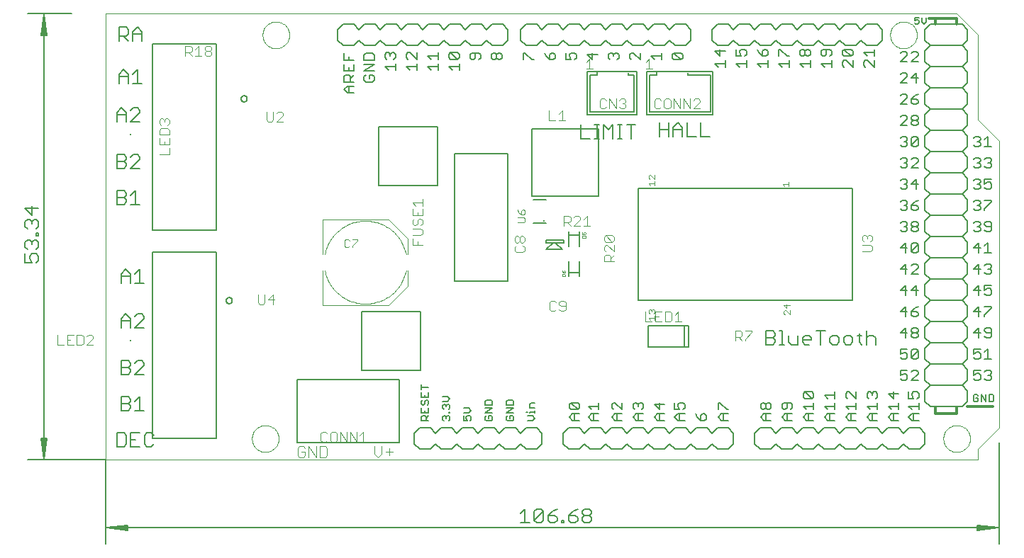
<source format=gto>
G75*
%MOIN*%
%OFA0B0*%
%FSLAX24Y24*%
%IPPOS*%
%LPD*%
%AMOC8*
5,1,8,0,0,1.08239X$1,22.5*
%
%ADD10C,0.0060*%
%ADD11C,0.0040*%
%ADD12C,0.0000*%
%ADD13C,0.0051*%
%ADD14C,0.0050*%
%ADD15C,0.0030*%
%ADD16C,0.0080*%
%ADD17C,0.0120*%
%ADD18R,0.0079X0.0079*%
%ADD19C,0.0079*%
%ADD20C,0.0010*%
D10*
X004690Y004723D02*
X005010Y004723D01*
X005117Y004830D01*
X005117Y005257D01*
X005010Y005364D01*
X004690Y005364D01*
X004690Y004723D01*
X005334Y004723D02*
X005761Y004723D01*
X005979Y004830D02*
X006085Y004723D01*
X006299Y004723D01*
X006406Y004830D01*
X006406Y005257D02*
X006299Y005364D01*
X006085Y005364D01*
X005979Y005257D01*
X005979Y004830D01*
X005548Y005044D02*
X005334Y005044D01*
X005334Y005364D02*
X005334Y004723D01*
X005334Y005364D02*
X005761Y005364D01*
X005748Y006423D02*
X005748Y007064D01*
X005534Y006850D01*
X005317Y006850D02*
X005210Y006744D01*
X004890Y006744D01*
X005210Y006744D02*
X005317Y006637D01*
X005317Y006530D01*
X005210Y006423D01*
X004890Y006423D01*
X004890Y007064D01*
X005210Y007064D01*
X005317Y006957D01*
X005317Y006850D01*
X005534Y006423D02*
X005961Y006423D01*
X005961Y008123D02*
X005534Y008123D01*
X005961Y008550D01*
X005961Y008657D01*
X005854Y008764D01*
X005641Y008764D01*
X005534Y008657D01*
X005317Y008657D02*
X005317Y008550D01*
X005210Y008444D01*
X004890Y008444D01*
X005210Y008444D02*
X005317Y008337D01*
X005317Y008230D01*
X005210Y008123D01*
X004890Y008123D01*
X004890Y008764D01*
X005210Y008764D01*
X005317Y008657D01*
X005317Y010323D02*
X005317Y010750D01*
X005103Y010964D01*
X004890Y010750D01*
X004890Y010323D01*
X005534Y010323D02*
X005961Y010750D01*
X005961Y010857D01*
X005854Y010964D01*
X005641Y010964D01*
X005534Y010857D01*
X005317Y010644D02*
X004890Y010644D01*
X005534Y010323D02*
X005961Y010323D01*
X005961Y012423D02*
X005534Y012423D01*
X005748Y012423D02*
X005748Y013064D01*
X005534Y012850D01*
X005317Y012850D02*
X005317Y012423D01*
X005317Y012744D02*
X004890Y012744D01*
X004890Y012850D02*
X005103Y013064D01*
X005317Y012850D01*
X004890Y012850D02*
X004890Y012423D01*
X001003Y013474D02*
X000897Y013367D01*
X001003Y013474D02*
X001003Y013687D01*
X000897Y013794D01*
X000683Y013794D01*
X000576Y013687D01*
X000576Y013581D01*
X000683Y013367D01*
X000363Y013367D01*
X000363Y013794D01*
X000470Y014012D02*
X000363Y014118D01*
X000363Y014332D01*
X000470Y014439D01*
X000576Y014439D01*
X000683Y014332D01*
X000790Y014439D01*
X000897Y014439D01*
X001003Y014332D01*
X001003Y014118D01*
X000897Y014012D01*
X000683Y014225D02*
X000683Y014332D01*
X000897Y014656D02*
X000897Y014763D01*
X001003Y014763D01*
X001003Y014656D01*
X000897Y014656D01*
X000897Y014978D02*
X001003Y015085D01*
X001003Y015299D01*
X000897Y015405D01*
X000790Y015405D01*
X000683Y015299D01*
X000683Y015192D01*
X000683Y015299D02*
X000576Y015405D01*
X000470Y015405D01*
X000363Y015299D01*
X000363Y015085D01*
X000470Y014978D01*
X000683Y015623D02*
X000683Y016050D01*
X000363Y015943D02*
X000683Y015623D01*
X001003Y015943D02*
X000363Y015943D01*
X004690Y016123D02*
X005010Y016123D01*
X005117Y016230D01*
X005117Y016337D01*
X005010Y016444D01*
X004690Y016444D01*
X005010Y016444D02*
X005117Y016550D01*
X005117Y016657D01*
X005010Y016764D01*
X004690Y016764D01*
X004690Y016123D01*
X005334Y016123D02*
X005761Y016123D01*
X005548Y016123D02*
X005548Y016764D01*
X005334Y016550D01*
X005334Y017823D02*
X005761Y018250D01*
X005761Y018357D01*
X005654Y018464D01*
X005441Y018464D01*
X005334Y018357D01*
X005117Y018357D02*
X005117Y018250D01*
X005010Y018144D01*
X004690Y018144D01*
X005010Y018144D02*
X005117Y018037D01*
X005117Y017930D01*
X005010Y017823D01*
X004690Y017823D01*
X004690Y018464D01*
X005010Y018464D01*
X005117Y018357D01*
X005334Y017823D02*
X005761Y017823D01*
X005761Y020023D02*
X005334Y020023D01*
X005761Y020450D01*
X005761Y020557D01*
X005654Y020664D01*
X005441Y020664D01*
X005334Y020557D01*
X005117Y020450D02*
X005117Y020023D01*
X005117Y020344D02*
X004690Y020344D01*
X004690Y020450D02*
X004690Y020023D01*
X004690Y020450D02*
X004903Y020664D01*
X005117Y020450D01*
X005217Y021823D02*
X005217Y022250D01*
X005003Y022464D01*
X004790Y022250D01*
X004790Y021823D01*
X004790Y022144D02*
X005217Y022144D01*
X005434Y022250D02*
X005648Y022464D01*
X005648Y021823D01*
X005861Y021823D02*
X005434Y021823D01*
X005434Y023823D02*
X005434Y024250D01*
X005648Y024464D01*
X005861Y024250D01*
X005861Y023823D01*
X005861Y024144D02*
X005434Y024144D01*
X005217Y024144D02*
X005110Y024037D01*
X004790Y024037D01*
X005003Y024037D02*
X005217Y023823D01*
X005217Y024144D02*
X005217Y024357D01*
X005110Y024464D01*
X004790Y024464D01*
X004790Y023823D01*
X024252Y016353D02*
X024867Y016353D01*
X024867Y015233D02*
X024252Y015233D01*
X026490Y019223D02*
X026917Y019223D01*
X027134Y019223D02*
X027348Y019223D01*
X027241Y019223D02*
X027241Y019864D01*
X027134Y019864D02*
X027348Y019864D01*
X027564Y019864D02*
X027777Y019650D01*
X027991Y019864D01*
X027991Y019223D01*
X028208Y019223D02*
X028422Y019223D01*
X028315Y019223D02*
X028315Y019864D01*
X028208Y019864D02*
X028422Y019864D01*
X028638Y019864D02*
X029065Y019864D01*
X028852Y019864D02*
X028852Y019223D01*
X027564Y019223D02*
X027564Y019864D01*
X026490Y019864D02*
X026490Y019223D01*
X030190Y019323D02*
X030190Y019964D01*
X030617Y019964D02*
X030617Y019323D01*
X030834Y019323D02*
X030834Y019750D01*
X031048Y019964D01*
X031261Y019750D01*
X031261Y019323D01*
X031479Y019323D02*
X031906Y019323D01*
X032123Y019323D02*
X032550Y019323D01*
X032123Y019323D02*
X032123Y019964D01*
X031479Y019964D02*
X031479Y019323D01*
X031261Y019644D02*
X030834Y019644D01*
X030617Y019644D02*
X030190Y019644D01*
X042660Y019843D02*
X042910Y019593D01*
X044410Y019593D01*
X044660Y019843D01*
X044660Y020343D01*
X044410Y020593D01*
X042910Y020593D01*
X042660Y020843D01*
X042660Y021343D01*
X042910Y021593D01*
X044410Y021593D01*
X044660Y021843D01*
X044660Y022343D01*
X044410Y022593D01*
X042910Y022593D01*
X042660Y022843D01*
X042660Y023343D01*
X042910Y023593D01*
X044410Y023593D02*
X044660Y023343D01*
X044660Y022843D01*
X044410Y022593D01*
X042910Y022593D02*
X042660Y022343D01*
X042660Y021843D01*
X042910Y021593D01*
X044410Y021593D02*
X044660Y021343D01*
X044660Y020843D01*
X044410Y020593D01*
X042910Y020593D02*
X042660Y020343D01*
X042660Y019843D01*
X042910Y019593D02*
X042660Y019343D01*
X042660Y018843D01*
X042910Y018593D01*
X044410Y018593D01*
X044660Y018843D01*
X044660Y019343D01*
X044410Y019593D01*
X044410Y018593D02*
X044660Y018343D01*
X044660Y017843D01*
X044410Y017593D01*
X042910Y017593D01*
X042660Y017843D01*
X042660Y018343D01*
X042910Y018593D01*
X042910Y017593D02*
X042660Y017343D01*
X042660Y016843D01*
X042910Y016593D01*
X044410Y016593D01*
X044660Y016843D01*
X044660Y017343D01*
X044410Y017593D01*
X044410Y016593D02*
X044660Y016343D01*
X044660Y015843D01*
X044410Y015593D01*
X042910Y015593D01*
X042660Y015343D01*
X042660Y014843D01*
X042910Y014593D01*
X044410Y014593D01*
X044660Y014343D01*
X044660Y013843D01*
X044410Y013593D01*
X042910Y013593D01*
X042660Y013843D01*
X042660Y014343D01*
X042910Y014593D01*
X044410Y014593D02*
X044660Y014843D01*
X044660Y015343D01*
X044410Y015593D01*
X042910Y015593D02*
X042660Y015843D01*
X042660Y016343D01*
X042910Y016593D01*
X042910Y013593D02*
X042660Y013343D01*
X042660Y012843D01*
X042910Y012593D01*
X044410Y012593D01*
X044660Y012843D01*
X044660Y013343D01*
X044410Y013593D01*
X044410Y012593D02*
X044660Y012343D01*
X044660Y011843D01*
X044410Y011593D01*
X042910Y011593D01*
X042660Y011843D01*
X042660Y012343D01*
X042910Y012593D01*
X042910Y011593D02*
X042660Y011343D01*
X042660Y010843D01*
X042910Y010593D01*
X044410Y010593D01*
X044660Y010843D01*
X044660Y011343D01*
X044410Y011593D01*
X044410Y010593D02*
X044660Y010343D01*
X044660Y009843D01*
X044410Y009593D01*
X042910Y009593D01*
X042660Y009843D01*
X042660Y010343D01*
X042910Y010593D01*
X042910Y009593D02*
X042660Y009343D01*
X042660Y008843D01*
X042910Y008593D01*
X044410Y008593D01*
X044660Y008843D01*
X044660Y009343D01*
X044410Y009593D01*
X044410Y008593D02*
X044660Y008343D01*
X044660Y007843D01*
X044410Y007593D01*
X044940Y007117D02*
X044940Y006890D01*
X044996Y006833D01*
X045110Y006833D01*
X045166Y006890D01*
X045166Y007003D01*
X045053Y007003D01*
X045166Y007117D02*
X045110Y007174D01*
X044996Y007174D01*
X044940Y007117D01*
X045308Y007174D02*
X045535Y006833D01*
X045535Y007174D01*
X045676Y007174D02*
X045846Y007174D01*
X045903Y007117D01*
X045903Y006890D01*
X045846Y006833D01*
X045676Y006833D01*
X045676Y007174D01*
X045308Y007174D02*
X045308Y006833D01*
X042910Y007593D02*
X042660Y007843D01*
X042660Y008343D01*
X042910Y008593D01*
X040343Y009523D02*
X040343Y009844D01*
X040236Y009950D01*
X040023Y009950D01*
X039916Y009844D01*
X039700Y009950D02*
X039487Y009950D01*
X039593Y010057D02*
X039593Y009630D01*
X039700Y009523D01*
X039916Y009523D02*
X039916Y010164D01*
X039269Y009844D02*
X039269Y009630D01*
X039162Y009523D01*
X038949Y009523D01*
X038842Y009630D01*
X038842Y009844D01*
X038949Y009950D01*
X039162Y009950D01*
X039269Y009844D01*
X038624Y009844D02*
X038624Y009630D01*
X038518Y009523D01*
X038304Y009523D01*
X038197Y009630D01*
X038197Y009844D01*
X038304Y009950D01*
X038518Y009950D01*
X038624Y009844D01*
X037980Y010164D02*
X037553Y010164D01*
X037766Y010164D02*
X037766Y009523D01*
X037335Y009737D02*
X036908Y009737D01*
X036908Y009630D02*
X036908Y009844D01*
X037015Y009950D01*
X037229Y009950D01*
X037335Y009844D01*
X037335Y009737D01*
X037229Y009523D02*
X037015Y009523D01*
X036908Y009630D01*
X036691Y009523D02*
X036371Y009523D01*
X036264Y009630D01*
X036264Y009950D01*
X035941Y010164D02*
X035941Y009523D01*
X035834Y009523D02*
X036048Y009523D01*
X035617Y009630D02*
X035510Y009523D01*
X035190Y009523D01*
X035190Y010164D01*
X035510Y010164D01*
X035617Y010057D01*
X035617Y009950D01*
X035510Y009844D01*
X035190Y009844D01*
X035510Y009844D02*
X035617Y009737D01*
X035617Y009630D01*
X035834Y010164D02*
X035941Y010164D01*
X036691Y009950D02*
X036691Y009523D01*
X024330Y006774D02*
X024159Y006774D01*
X024103Y006717D01*
X024103Y006547D01*
X024330Y006547D01*
X024330Y006415D02*
X024330Y006302D01*
X024330Y006358D02*
X024103Y006358D01*
X024103Y006302D01*
X023989Y006358D02*
X023933Y006358D01*
X023989Y006160D02*
X024216Y006160D01*
X024330Y006047D01*
X024216Y005933D01*
X023989Y005933D01*
X023330Y005990D02*
X023330Y006103D01*
X023273Y006160D01*
X023159Y006160D01*
X023159Y006047D01*
X023046Y006160D02*
X022989Y006103D01*
X022989Y005990D01*
X023046Y005933D01*
X023273Y005933D01*
X023330Y005990D01*
X023330Y006302D02*
X022989Y006302D01*
X023330Y006528D01*
X022989Y006528D01*
X022989Y006670D02*
X022989Y006840D01*
X023046Y006897D01*
X023273Y006897D01*
X023330Y006840D01*
X023330Y006670D01*
X022989Y006670D01*
X022330Y006670D02*
X022330Y006840D01*
X022273Y006897D01*
X022046Y006897D01*
X021989Y006840D01*
X021989Y006670D01*
X022330Y006670D01*
X022330Y006528D02*
X021989Y006528D01*
X021989Y006302D02*
X022330Y006528D01*
X022330Y006302D02*
X021989Y006302D01*
X022046Y006160D02*
X021989Y006103D01*
X021989Y005990D01*
X022046Y005933D01*
X022273Y005933D01*
X022330Y005990D01*
X022330Y006103D01*
X022273Y006160D01*
X022159Y006160D01*
X022159Y006047D01*
X021330Y006103D02*
X021330Y005990D01*
X021273Y005933D01*
X021159Y005933D02*
X021103Y006047D01*
X021103Y006103D01*
X021159Y006160D01*
X021273Y006160D01*
X021330Y006103D01*
X021216Y006302D02*
X021330Y006415D01*
X021216Y006528D01*
X020989Y006528D01*
X020989Y006302D02*
X021216Y006302D01*
X020989Y006160D02*
X020989Y005933D01*
X021159Y005933D01*
X020330Y005990D02*
X020273Y005933D01*
X020330Y005990D02*
X020330Y006103D01*
X020273Y006160D01*
X020216Y006160D01*
X020159Y006103D01*
X020159Y006047D01*
X020159Y006103D02*
X020103Y006160D01*
X020046Y006160D01*
X019989Y006103D01*
X019989Y005990D01*
X020046Y005933D01*
X020273Y006302D02*
X020273Y006358D01*
X020330Y006358D01*
X020330Y006302D01*
X020273Y006302D01*
X020273Y006486D02*
X020330Y006542D01*
X020330Y006656D01*
X020273Y006713D01*
X020216Y006713D01*
X020159Y006656D01*
X020159Y006599D01*
X020159Y006656D02*
X020103Y006713D01*
X020046Y006713D01*
X019989Y006656D01*
X019989Y006542D01*
X020046Y006486D01*
X019989Y006854D02*
X020216Y006854D01*
X020330Y006968D01*
X020216Y007081D01*
X019989Y007081D01*
X019330Y007038D02*
X019330Y007265D01*
X019159Y007152D02*
X019159Y007038D01*
X019216Y006897D02*
X019273Y006897D01*
X019330Y006840D01*
X019330Y006727D01*
X019273Y006670D01*
X019159Y006727D02*
X019159Y006840D01*
X019216Y006897D01*
X019046Y006897D02*
X018989Y006840D01*
X018989Y006727D01*
X019046Y006670D01*
X019103Y006670D01*
X019159Y006727D01*
X018989Y006528D02*
X018989Y006302D01*
X019330Y006302D01*
X019330Y006528D01*
X019159Y006415D02*
X019159Y006302D01*
X019159Y006160D02*
X019216Y006103D01*
X019216Y005933D01*
X019330Y005933D02*
X018989Y005933D01*
X018989Y006103D01*
X019046Y006160D01*
X019159Y006160D01*
X019216Y006047D02*
X019330Y006160D01*
X019330Y007038D02*
X018989Y007038D01*
X018989Y007265D01*
X018989Y007407D02*
X018989Y007633D01*
X018989Y007520D02*
X019330Y007520D01*
X023867Y001790D02*
X023867Y001149D01*
X023654Y001149D02*
X024081Y001149D01*
X024298Y001256D02*
X024725Y001683D01*
X024725Y001256D01*
X024619Y001149D01*
X024405Y001149D01*
X024298Y001256D01*
X024298Y001683D01*
X024405Y001790D01*
X024619Y001790D01*
X024725Y001683D01*
X024943Y001470D02*
X025263Y001470D01*
X025370Y001363D01*
X025370Y001256D01*
X025263Y001149D01*
X025050Y001149D01*
X024943Y001256D01*
X024943Y001470D01*
X025156Y001683D01*
X025370Y001790D01*
X025910Y001470D02*
X026230Y001470D01*
X026337Y001363D01*
X026337Y001256D01*
X026230Y001149D01*
X026017Y001149D01*
X025910Y001256D01*
X025910Y001470D01*
X026123Y001683D01*
X026337Y001790D01*
X026554Y001683D02*
X026554Y001577D01*
X026661Y001470D01*
X026875Y001470D01*
X026981Y001363D01*
X026981Y001256D01*
X026875Y001149D01*
X026661Y001149D01*
X026554Y001256D01*
X026554Y001363D01*
X026661Y001470D01*
X026875Y001470D02*
X026981Y001577D01*
X026981Y001683D01*
X026875Y001790D01*
X026661Y001790D01*
X026554Y001683D01*
X025694Y001256D02*
X025694Y001149D01*
X025587Y001149D01*
X025587Y001256D01*
X025694Y001256D01*
X023867Y001790D02*
X023654Y001577D01*
D11*
X017652Y004474D02*
X017305Y004474D01*
X017136Y004387D02*
X017136Y004734D01*
X016789Y004734D02*
X016789Y004387D01*
X016962Y004213D01*
X017136Y004387D01*
X017478Y004300D02*
X017478Y004647D01*
X016410Y004945D02*
X016103Y004945D01*
X015950Y004945D02*
X015950Y005405D01*
X016103Y005252D02*
X016257Y005405D01*
X016257Y004945D01*
X015950Y004945D02*
X015643Y005405D01*
X015643Y004945D01*
X015490Y004945D02*
X015490Y005405D01*
X015183Y005405D02*
X015490Y004945D01*
X015183Y004945D02*
X015183Y005405D01*
X015029Y005328D02*
X014952Y005405D01*
X014799Y005405D01*
X014722Y005328D01*
X014722Y005022D01*
X014799Y004945D01*
X014952Y004945D01*
X015029Y005022D01*
X015029Y005328D01*
X014569Y005328D02*
X014492Y005405D01*
X014339Y005405D01*
X014262Y005328D01*
X014262Y005022D01*
X014339Y004945D01*
X014492Y004945D01*
X014569Y005022D01*
X014471Y004734D02*
X014211Y004734D01*
X014211Y004213D01*
X014471Y004213D01*
X014558Y004300D01*
X014558Y004647D01*
X014471Y004734D01*
X014042Y004734D02*
X014042Y004213D01*
X013695Y004734D01*
X013695Y004213D01*
X013526Y004300D02*
X013440Y004213D01*
X013266Y004213D01*
X013180Y004300D01*
X013180Y004647D01*
X013266Y004734D01*
X013440Y004734D01*
X013526Y004647D01*
X013526Y004474D02*
X013353Y004474D01*
X013526Y004474D02*
X013526Y004300D01*
X003568Y009513D02*
X003261Y009513D01*
X003568Y009820D01*
X003568Y009897D01*
X003491Y009974D01*
X003337Y009974D01*
X003261Y009897D01*
X003107Y009897D02*
X003107Y009590D01*
X003030Y009513D01*
X002800Y009513D01*
X002800Y009974D01*
X003030Y009974D01*
X003107Y009897D01*
X002647Y009974D02*
X002340Y009974D01*
X002340Y009513D01*
X002647Y009513D01*
X002493Y009744D02*
X002340Y009744D01*
X002186Y009513D02*
X001880Y009513D01*
X001880Y009974D01*
X011326Y011493D02*
X011403Y011416D01*
X011557Y011416D01*
X011633Y011493D01*
X011633Y011877D01*
X011787Y011647D02*
X012017Y011877D01*
X012017Y011416D01*
X012094Y011647D02*
X011787Y011647D01*
X011326Y011493D02*
X011326Y011877D01*
X014352Y011385D02*
X014352Y013000D01*
X014352Y013787D02*
X014352Y015401D01*
X017462Y015401D01*
X018367Y014496D01*
X018367Y013787D01*
X018579Y014211D02*
X018579Y014518D01*
X018579Y014672D02*
X018963Y014672D01*
X019040Y014748D01*
X019040Y014902D01*
X018963Y014979D01*
X018579Y014979D01*
X018656Y015132D02*
X018733Y015132D01*
X018809Y015209D01*
X018809Y015362D01*
X018886Y015439D01*
X018963Y015439D01*
X019040Y015362D01*
X019040Y015209D01*
X018963Y015132D01*
X018656Y015132D02*
X018579Y015209D01*
X018579Y015362D01*
X018656Y015439D01*
X018579Y015593D02*
X019040Y015593D01*
X019040Y015899D01*
X019040Y016053D02*
X019040Y016360D01*
X019040Y016206D02*
X018579Y016206D01*
X018733Y016053D01*
X018579Y015899D02*
X018579Y015593D01*
X018809Y015593D02*
X018809Y015746D01*
X018809Y014365D02*
X018809Y014211D01*
X018579Y014211D02*
X019040Y014211D01*
X018367Y013000D02*
X018367Y012291D01*
X017462Y011385D01*
X014352Y011385D01*
X014450Y013787D02*
X014470Y013872D01*
X014493Y013956D01*
X014520Y014039D01*
X014551Y014121D01*
X014585Y014201D01*
X014624Y014280D01*
X014665Y014357D01*
X014710Y014432D01*
X014758Y014505D01*
X014810Y014576D01*
X014864Y014644D01*
X014922Y014710D01*
X014982Y014773D01*
X015045Y014833D01*
X015111Y014891D01*
X015180Y014945D01*
X015250Y014997D01*
X015323Y015045D01*
X015399Y015089D01*
X015476Y015131D01*
X015554Y015169D01*
X015635Y015203D01*
X015717Y015234D01*
X015800Y015261D01*
X015884Y015284D01*
X015969Y015303D01*
X016055Y015319D01*
X016142Y015331D01*
X016229Y015339D01*
X016316Y015343D01*
X016404Y015343D01*
X016491Y015339D01*
X016578Y015331D01*
X016665Y015319D01*
X016751Y015303D01*
X016836Y015284D01*
X016920Y015261D01*
X017003Y015234D01*
X017085Y015203D01*
X017166Y015169D01*
X017244Y015131D01*
X017321Y015089D01*
X017397Y015045D01*
X017470Y014997D01*
X017540Y014945D01*
X017609Y014891D01*
X017675Y014833D01*
X017738Y014773D01*
X017798Y014710D01*
X017856Y014644D01*
X017910Y014576D01*
X017962Y014505D01*
X018010Y014432D01*
X018055Y014357D01*
X018096Y014280D01*
X018135Y014201D01*
X018169Y014121D01*
X018200Y014039D01*
X018227Y013956D01*
X018250Y013872D01*
X018270Y013787D01*
X018270Y012999D02*
X018250Y012914D01*
X018227Y012830D01*
X018200Y012747D01*
X018169Y012665D01*
X018135Y012585D01*
X018096Y012506D01*
X018055Y012429D01*
X018010Y012354D01*
X017962Y012281D01*
X017910Y012210D01*
X017856Y012142D01*
X017798Y012076D01*
X017738Y012013D01*
X017675Y011953D01*
X017609Y011895D01*
X017540Y011841D01*
X017470Y011789D01*
X017397Y011741D01*
X017321Y011697D01*
X017244Y011655D01*
X017166Y011617D01*
X017085Y011583D01*
X017003Y011552D01*
X016920Y011525D01*
X016836Y011502D01*
X016751Y011483D01*
X016665Y011467D01*
X016578Y011455D01*
X016491Y011447D01*
X016404Y011443D01*
X016316Y011443D01*
X016229Y011447D01*
X016142Y011455D01*
X016055Y011467D01*
X015969Y011483D01*
X015884Y011502D01*
X015800Y011525D01*
X015717Y011552D01*
X015635Y011583D01*
X015554Y011617D01*
X015476Y011655D01*
X015399Y011697D01*
X015323Y011741D01*
X015250Y011789D01*
X015180Y011841D01*
X015111Y011895D01*
X015045Y011953D01*
X014982Y012013D01*
X014922Y012076D01*
X014864Y012142D01*
X014810Y012210D01*
X014758Y012281D01*
X014710Y012354D01*
X014665Y012429D01*
X014624Y012506D01*
X014585Y012585D01*
X014551Y012665D01*
X014520Y012747D01*
X014493Y012830D01*
X014470Y012914D01*
X014450Y012999D01*
X023379Y013940D02*
X023456Y013863D01*
X023763Y013863D01*
X023840Y013940D01*
X023840Y014094D01*
X023763Y014170D01*
X023763Y014324D02*
X023686Y014324D01*
X023609Y014400D01*
X023609Y014554D01*
X023686Y014631D01*
X023763Y014631D01*
X023840Y014554D01*
X023840Y014400D01*
X023763Y014324D01*
X023609Y014400D02*
X023533Y014324D01*
X023456Y014324D01*
X023379Y014400D01*
X023379Y014554D01*
X023456Y014631D01*
X023533Y014631D01*
X023609Y014554D01*
X023456Y014170D02*
X023379Y014094D01*
X023379Y013940D01*
X023509Y015263D02*
X023809Y015263D01*
X023869Y015323D01*
X023869Y015443D01*
X023809Y015504D01*
X023509Y015504D01*
X023689Y015632D02*
X023569Y015752D01*
X023509Y015872D01*
X023689Y015812D02*
X023689Y015632D01*
X023809Y015632D01*
X023869Y015692D01*
X023869Y015812D01*
X023809Y015872D01*
X023749Y015872D01*
X023689Y015812D01*
X025698Y015574D02*
X025698Y015113D01*
X025698Y015267D02*
X025929Y015267D01*
X026005Y015344D01*
X026005Y015497D01*
X025929Y015574D01*
X025698Y015574D01*
X025852Y015267D02*
X026005Y015113D01*
X026159Y015113D02*
X026466Y015420D01*
X026466Y015497D01*
X026389Y015574D01*
X026235Y015574D01*
X026159Y015497D01*
X026619Y015420D02*
X026773Y015574D01*
X026773Y015113D01*
X026926Y015113D02*
X026619Y015113D01*
X026466Y015113D02*
X026159Y015113D01*
X027579Y014583D02*
X027656Y014660D01*
X027963Y014353D01*
X028040Y014430D01*
X028040Y014583D01*
X027963Y014660D01*
X027656Y014660D01*
X027579Y014583D02*
X027579Y014430D01*
X027656Y014353D01*
X027963Y014353D01*
X028040Y014199D02*
X028040Y013893D01*
X027733Y014199D01*
X027656Y014199D01*
X027579Y014123D01*
X027579Y013969D01*
X027656Y013893D01*
X027656Y013739D02*
X027809Y013739D01*
X027886Y013662D01*
X027886Y013432D01*
X028040Y013432D02*
X027579Y013432D01*
X027579Y013662D01*
X027656Y013739D01*
X027886Y013586D02*
X028040Y013739D01*
X025776Y011497D02*
X025699Y011574D01*
X025546Y011574D01*
X025469Y011497D01*
X025469Y011420D01*
X025546Y011344D01*
X025776Y011344D01*
X025776Y011497D02*
X025776Y011190D01*
X025699Y011113D01*
X025546Y011113D01*
X025469Y011190D01*
X025316Y011190D02*
X025239Y011113D01*
X025085Y011113D01*
X025009Y011190D01*
X025009Y011497D01*
X025085Y011574D01*
X025239Y011574D01*
X025316Y011497D01*
X029530Y011074D02*
X029530Y010613D01*
X029836Y010613D01*
X029990Y010613D02*
X030297Y010613D01*
X030450Y010613D02*
X030680Y010613D01*
X030757Y010690D01*
X030757Y010997D01*
X030680Y011074D01*
X030450Y011074D01*
X030450Y010613D01*
X030143Y010844D02*
X029990Y010844D01*
X029990Y011074D02*
X029990Y010613D01*
X029990Y011074D02*
X030297Y011074D01*
X030911Y010920D02*
X031064Y011074D01*
X031064Y010613D01*
X030911Y010613D02*
X031218Y010613D01*
X033759Y010174D02*
X033759Y009713D01*
X033759Y009867D02*
X033989Y009867D01*
X034066Y009944D01*
X034066Y010097D01*
X033989Y010174D01*
X033759Y010174D01*
X033912Y009867D02*
X034066Y009713D01*
X034219Y009713D02*
X034219Y009790D01*
X034526Y010097D01*
X034526Y010174D01*
X034219Y010174D01*
X039715Y013907D02*
X040099Y013907D01*
X040176Y013984D01*
X040176Y014138D01*
X040099Y014214D01*
X039715Y014214D01*
X039792Y014368D02*
X039715Y014445D01*
X039715Y014598D01*
X039792Y014675D01*
X039869Y014675D01*
X039946Y014598D01*
X040022Y014675D01*
X040099Y014675D01*
X040176Y014598D01*
X040176Y014445D01*
X040099Y014368D01*
X039946Y014521D02*
X039946Y014598D01*
X032088Y020639D02*
X031781Y020639D01*
X032088Y020945D01*
X032088Y021022D01*
X032012Y021099D01*
X031858Y021099D01*
X031781Y021022D01*
X031628Y021099D02*
X031628Y020639D01*
X031321Y021099D01*
X031321Y020639D01*
X031167Y020639D02*
X031167Y021099D01*
X030861Y021099D02*
X031167Y020639D01*
X030861Y020639D02*
X030861Y021099D01*
X030707Y021022D02*
X030630Y021099D01*
X030477Y021099D01*
X030400Y021022D01*
X030400Y020715D01*
X030477Y020639D01*
X030630Y020639D01*
X030707Y020715D01*
X030707Y021022D01*
X030247Y021022D02*
X030170Y021099D01*
X030016Y021099D01*
X029940Y021022D01*
X029940Y020715D01*
X030016Y020639D01*
X030170Y020639D01*
X030247Y020715D01*
X028601Y020715D02*
X028524Y020639D01*
X028371Y020639D01*
X028294Y020715D01*
X028140Y020639D02*
X028140Y021099D01*
X028294Y021022D02*
X028371Y021099D01*
X028524Y021099D01*
X028601Y021022D01*
X028601Y020945D01*
X028524Y020869D01*
X028601Y020792D01*
X028601Y020715D01*
X028524Y020869D02*
X028447Y020869D01*
X028140Y020639D02*
X027834Y021099D01*
X027834Y020639D01*
X027680Y020715D02*
X027603Y020639D01*
X027450Y020639D01*
X027373Y020715D01*
X027373Y021022D01*
X027450Y021099D01*
X027603Y021099D01*
X027680Y021022D01*
X025606Y020542D02*
X025606Y020082D01*
X025453Y020082D02*
X025759Y020082D01*
X025453Y020389D02*
X025606Y020542D01*
X025299Y020082D02*
X024992Y020082D01*
X024992Y020542D01*
X026745Y022513D02*
X027052Y022513D01*
X026899Y022513D02*
X026899Y022973D01*
X026745Y022819D01*
X029545Y022819D02*
X029699Y022973D01*
X029699Y022513D01*
X029852Y022513D02*
X029545Y022513D01*
X012494Y020400D02*
X012417Y020477D01*
X012263Y020477D01*
X012187Y020400D01*
X012033Y020477D02*
X012033Y020093D01*
X011957Y020016D01*
X011803Y020016D01*
X011726Y020093D01*
X011726Y020477D01*
X012187Y020016D02*
X012494Y020323D01*
X012494Y020400D01*
X012494Y020016D02*
X012187Y020016D01*
X007140Y020083D02*
X007140Y019930D01*
X007063Y019853D01*
X007063Y019699D02*
X006756Y019699D01*
X006679Y019623D01*
X006679Y019393D01*
X007140Y019393D01*
X007140Y019623D01*
X007063Y019699D01*
X006756Y019853D02*
X006679Y019930D01*
X006679Y020083D01*
X006756Y020160D01*
X006833Y020160D01*
X006909Y020083D01*
X006986Y020160D01*
X007063Y020160D01*
X007140Y020083D01*
X006909Y020083D02*
X006909Y020006D01*
X006679Y019239D02*
X006679Y018932D01*
X007140Y018932D01*
X007140Y019239D01*
X006909Y019086D02*
X006909Y018932D01*
X007140Y018779D02*
X007140Y018472D01*
X006679Y018472D01*
X007898Y023113D02*
X007898Y023574D01*
X008129Y023574D01*
X008205Y023497D01*
X008205Y023344D01*
X008129Y023267D01*
X007898Y023267D01*
X008052Y023267D02*
X008205Y023113D01*
X008359Y023113D02*
X008666Y023113D01*
X008512Y023113D02*
X008512Y023574D01*
X008359Y023420D01*
X008819Y023420D02*
X008819Y023497D01*
X008896Y023574D01*
X009049Y023574D01*
X009126Y023497D01*
X009126Y023420D01*
X009049Y023344D01*
X008896Y023344D01*
X008819Y023420D01*
X008896Y023344D02*
X008819Y023267D01*
X008819Y023190D01*
X008896Y023113D01*
X009049Y023113D01*
X009126Y023190D01*
X009126Y023267D01*
X009049Y023344D01*
D12*
X011530Y024093D02*
X011532Y024143D01*
X011538Y024193D01*
X011548Y024242D01*
X011562Y024290D01*
X011579Y024337D01*
X011600Y024382D01*
X011625Y024426D01*
X011653Y024467D01*
X011685Y024506D01*
X011719Y024543D01*
X011756Y024577D01*
X011796Y024607D01*
X011838Y024634D01*
X011882Y024658D01*
X011928Y024679D01*
X011975Y024695D01*
X012023Y024708D01*
X012073Y024717D01*
X012122Y024722D01*
X012173Y024723D01*
X012223Y024720D01*
X012272Y024713D01*
X012321Y024702D01*
X012369Y024687D01*
X012415Y024669D01*
X012460Y024647D01*
X012503Y024621D01*
X012544Y024592D01*
X012583Y024560D01*
X012619Y024525D01*
X012651Y024487D01*
X012681Y024447D01*
X012708Y024404D01*
X012731Y024360D01*
X012750Y024314D01*
X012766Y024266D01*
X012778Y024217D01*
X012786Y024168D01*
X012790Y024118D01*
X012790Y024068D01*
X012786Y024018D01*
X012778Y023969D01*
X012766Y023920D01*
X012750Y023872D01*
X012731Y023826D01*
X012708Y023782D01*
X012681Y023739D01*
X012651Y023699D01*
X012619Y023661D01*
X012583Y023626D01*
X012544Y023594D01*
X012503Y023565D01*
X012460Y023539D01*
X012415Y023517D01*
X012369Y023499D01*
X012321Y023484D01*
X012272Y023473D01*
X012223Y023466D01*
X012173Y023463D01*
X012122Y023464D01*
X012073Y023469D01*
X012023Y023478D01*
X011975Y023491D01*
X011928Y023507D01*
X011882Y023528D01*
X011838Y023552D01*
X011796Y023579D01*
X011756Y023609D01*
X011719Y023643D01*
X011685Y023680D01*
X011653Y023719D01*
X011625Y023760D01*
X011600Y023804D01*
X011579Y023849D01*
X011562Y023896D01*
X011548Y023944D01*
X011538Y023993D01*
X011532Y024043D01*
X011530Y024093D01*
X004160Y025093D02*
X004160Y004093D01*
X045160Y004093D01*
X045160Y004593D01*
X046160Y005593D01*
X046160Y019093D01*
X045160Y020093D01*
X045160Y024093D01*
X044160Y025093D01*
X004160Y025093D01*
X011030Y005093D02*
X011032Y005143D01*
X011038Y005193D01*
X011048Y005242D01*
X011062Y005290D01*
X011079Y005337D01*
X011100Y005382D01*
X011125Y005426D01*
X011153Y005467D01*
X011185Y005506D01*
X011219Y005543D01*
X011256Y005577D01*
X011296Y005607D01*
X011338Y005634D01*
X011382Y005658D01*
X011428Y005679D01*
X011475Y005695D01*
X011523Y005708D01*
X011573Y005717D01*
X011622Y005722D01*
X011673Y005723D01*
X011723Y005720D01*
X011772Y005713D01*
X011821Y005702D01*
X011869Y005687D01*
X011915Y005669D01*
X011960Y005647D01*
X012003Y005621D01*
X012044Y005592D01*
X012083Y005560D01*
X012119Y005525D01*
X012151Y005487D01*
X012181Y005447D01*
X012208Y005404D01*
X012231Y005360D01*
X012250Y005314D01*
X012266Y005266D01*
X012278Y005217D01*
X012286Y005168D01*
X012290Y005118D01*
X012290Y005068D01*
X012286Y005018D01*
X012278Y004969D01*
X012266Y004920D01*
X012250Y004872D01*
X012231Y004826D01*
X012208Y004782D01*
X012181Y004739D01*
X012151Y004699D01*
X012119Y004661D01*
X012083Y004626D01*
X012044Y004594D01*
X012003Y004565D01*
X011960Y004539D01*
X011915Y004517D01*
X011869Y004499D01*
X011821Y004484D01*
X011772Y004473D01*
X011723Y004466D01*
X011673Y004463D01*
X011622Y004464D01*
X011573Y004469D01*
X011523Y004478D01*
X011475Y004491D01*
X011428Y004507D01*
X011382Y004528D01*
X011338Y004552D01*
X011296Y004579D01*
X011256Y004609D01*
X011219Y004643D01*
X011185Y004680D01*
X011153Y004719D01*
X011125Y004760D01*
X011100Y004804D01*
X011079Y004849D01*
X011062Y004896D01*
X011048Y004944D01*
X011038Y004993D01*
X011032Y005043D01*
X011030Y005093D01*
X043530Y005093D02*
X043532Y005143D01*
X043538Y005193D01*
X043548Y005242D01*
X043562Y005290D01*
X043579Y005337D01*
X043600Y005382D01*
X043625Y005426D01*
X043653Y005467D01*
X043685Y005506D01*
X043719Y005543D01*
X043756Y005577D01*
X043796Y005607D01*
X043838Y005634D01*
X043882Y005658D01*
X043928Y005679D01*
X043975Y005695D01*
X044023Y005708D01*
X044073Y005717D01*
X044122Y005722D01*
X044173Y005723D01*
X044223Y005720D01*
X044272Y005713D01*
X044321Y005702D01*
X044369Y005687D01*
X044415Y005669D01*
X044460Y005647D01*
X044503Y005621D01*
X044544Y005592D01*
X044583Y005560D01*
X044619Y005525D01*
X044651Y005487D01*
X044681Y005447D01*
X044708Y005404D01*
X044731Y005360D01*
X044750Y005314D01*
X044766Y005266D01*
X044778Y005217D01*
X044786Y005168D01*
X044790Y005118D01*
X044790Y005068D01*
X044786Y005018D01*
X044778Y004969D01*
X044766Y004920D01*
X044750Y004872D01*
X044731Y004826D01*
X044708Y004782D01*
X044681Y004739D01*
X044651Y004699D01*
X044619Y004661D01*
X044583Y004626D01*
X044544Y004594D01*
X044503Y004565D01*
X044460Y004539D01*
X044415Y004517D01*
X044369Y004499D01*
X044321Y004484D01*
X044272Y004473D01*
X044223Y004466D01*
X044173Y004463D01*
X044122Y004464D01*
X044073Y004469D01*
X044023Y004478D01*
X043975Y004491D01*
X043928Y004507D01*
X043882Y004528D01*
X043838Y004552D01*
X043796Y004579D01*
X043756Y004609D01*
X043719Y004643D01*
X043685Y004680D01*
X043653Y004719D01*
X043625Y004760D01*
X043600Y004804D01*
X043579Y004849D01*
X043562Y004896D01*
X043548Y004944D01*
X043538Y004993D01*
X043532Y005043D01*
X043530Y005093D01*
X041030Y024093D02*
X041032Y024143D01*
X041038Y024193D01*
X041048Y024242D01*
X041062Y024290D01*
X041079Y024337D01*
X041100Y024382D01*
X041125Y024426D01*
X041153Y024467D01*
X041185Y024506D01*
X041219Y024543D01*
X041256Y024577D01*
X041296Y024607D01*
X041338Y024634D01*
X041382Y024658D01*
X041428Y024679D01*
X041475Y024695D01*
X041523Y024708D01*
X041573Y024717D01*
X041622Y024722D01*
X041673Y024723D01*
X041723Y024720D01*
X041772Y024713D01*
X041821Y024702D01*
X041869Y024687D01*
X041915Y024669D01*
X041960Y024647D01*
X042003Y024621D01*
X042044Y024592D01*
X042083Y024560D01*
X042119Y024525D01*
X042151Y024487D01*
X042181Y024447D01*
X042208Y024404D01*
X042231Y024360D01*
X042250Y024314D01*
X042266Y024266D01*
X042278Y024217D01*
X042286Y024168D01*
X042290Y024118D01*
X042290Y024068D01*
X042286Y024018D01*
X042278Y023969D01*
X042266Y023920D01*
X042250Y023872D01*
X042231Y023826D01*
X042208Y023782D01*
X042181Y023739D01*
X042151Y023699D01*
X042119Y023661D01*
X042083Y023626D01*
X042044Y023594D01*
X042003Y023565D01*
X041960Y023539D01*
X041915Y023517D01*
X041869Y023499D01*
X041821Y023484D01*
X041772Y023473D01*
X041723Y023466D01*
X041673Y023463D01*
X041622Y023464D01*
X041573Y023469D01*
X041523Y023478D01*
X041475Y023491D01*
X041428Y023507D01*
X041382Y023528D01*
X041338Y023552D01*
X041296Y023579D01*
X041256Y023609D01*
X041219Y023643D01*
X041185Y023680D01*
X041153Y023719D01*
X041125Y023760D01*
X041100Y023804D01*
X041079Y023849D01*
X041062Y023896D01*
X041048Y023944D01*
X041038Y023993D01*
X041032Y024043D01*
X041030Y024093D01*
D13*
X004160Y004093D02*
X004160Y000126D01*
X004185Y000893D02*
X005183Y000791D01*
X005183Y000768D02*
X004185Y000893D01*
X005183Y000996D01*
X005183Y001019D02*
X005183Y000768D01*
X005183Y000842D02*
X004185Y000893D01*
X005183Y000944D01*
X005183Y001019D02*
X004185Y000893D01*
X046134Y000893D01*
X045136Y000791D01*
X045136Y000768D02*
X046134Y000893D01*
X045136Y000996D01*
X045136Y001019D02*
X045136Y000768D01*
X045136Y000842D02*
X046134Y000893D01*
X045136Y000944D01*
X045136Y001019D02*
X046134Y000893D01*
X046160Y000126D02*
X046160Y004893D01*
X004160Y004093D02*
X000492Y004093D01*
X001260Y004119D02*
X001362Y005117D01*
X001385Y005117D02*
X001260Y004119D01*
X001157Y005117D01*
X001134Y005117D02*
X001385Y005117D01*
X001311Y005117D02*
X001260Y004119D01*
X001208Y005117D01*
X001134Y005117D02*
X001260Y004119D01*
X001260Y025068D01*
X001362Y024070D01*
X001385Y024070D02*
X001260Y025068D01*
X001157Y024070D01*
X001134Y024070D02*
X001385Y024070D01*
X001311Y024070D02*
X001260Y025068D01*
X001208Y024070D01*
X001134Y024070D02*
X001260Y025068D01*
X000492Y025093D02*
X002560Y025093D01*
D14*
X006363Y023687D02*
X006363Y014900D01*
X009356Y014900D01*
X009356Y023687D01*
X006363Y023687D01*
X010519Y021093D02*
X010521Y021116D01*
X010527Y021139D01*
X010536Y021160D01*
X010549Y021180D01*
X010565Y021197D01*
X010583Y021211D01*
X010603Y021222D01*
X010625Y021230D01*
X010648Y021234D01*
X010672Y021234D01*
X010695Y021230D01*
X010717Y021222D01*
X010737Y021211D01*
X010755Y021197D01*
X010771Y021180D01*
X010784Y021160D01*
X010793Y021139D01*
X010799Y021116D01*
X010801Y021093D01*
X010799Y021070D01*
X010793Y021047D01*
X010784Y021026D01*
X010771Y021006D01*
X010755Y020989D01*
X010737Y020975D01*
X010717Y020964D01*
X010695Y020956D01*
X010672Y020952D01*
X010648Y020952D01*
X010625Y020956D01*
X010603Y020964D01*
X010583Y020975D01*
X010565Y020989D01*
X010549Y021006D01*
X010536Y021026D01*
X010527Y021047D01*
X010521Y021070D01*
X010519Y021093D01*
X016970Y019783D02*
X016970Y017003D01*
X019750Y017003D01*
X019750Y019783D01*
X016970Y019783D01*
X020560Y018493D02*
X023060Y018493D01*
X023060Y012493D01*
X020560Y012493D01*
X020560Y018493D01*
X024185Y019668D02*
X024185Y016519D01*
X027334Y016519D01*
X027334Y019668D01*
X024185Y019668D01*
X026792Y020355D02*
X029115Y020355D01*
X029115Y022363D01*
X027264Y022363D01*
X027264Y022205D01*
X026910Y022205D01*
X026910Y020473D01*
X028997Y020473D01*
X028997Y022205D01*
X028721Y022205D01*
X028721Y022323D01*
X029592Y022363D02*
X030064Y022363D01*
X030064Y022205D01*
X029710Y022205D01*
X029710Y020473D01*
X032584Y020473D01*
X032584Y022205D01*
X031521Y022205D01*
X031521Y022323D01*
X032702Y022363D02*
X030064Y022363D01*
X029592Y022363D02*
X029592Y020355D01*
X032702Y020355D01*
X032702Y022363D01*
X027264Y022363D02*
X026792Y022363D01*
X026792Y020355D01*
X029184Y016875D02*
X029184Y011600D01*
X039263Y011600D01*
X039263Y016875D01*
X029184Y016875D01*
X025693Y014439D02*
X024866Y014439D01*
X024866Y014321D01*
X025181Y014321D01*
X024866Y014006D01*
X025614Y014006D01*
X025299Y014321D01*
X025693Y014321D01*
X025693Y014400D01*
X025299Y014321D02*
X025181Y014321D01*
X018950Y011083D02*
X018950Y008303D01*
X016170Y008303D01*
X016170Y011083D01*
X018950Y011083D01*
X017953Y007889D02*
X013166Y007889D01*
X013166Y004897D01*
X017953Y004897D01*
X017953Y007889D01*
X009819Y011593D02*
X009821Y011616D01*
X009827Y011639D01*
X009836Y011660D01*
X009849Y011680D01*
X009865Y011697D01*
X009883Y011711D01*
X009903Y011722D01*
X009925Y011730D01*
X009948Y011734D01*
X009972Y011734D01*
X009995Y011730D01*
X010017Y011722D01*
X010037Y011711D01*
X010055Y011697D01*
X010071Y011680D01*
X010084Y011660D01*
X010093Y011639D01*
X010099Y011616D01*
X010101Y011593D01*
X010099Y011570D01*
X010093Y011547D01*
X010084Y011526D01*
X010071Y011506D01*
X010055Y011489D01*
X010037Y011475D01*
X010017Y011464D01*
X009995Y011456D01*
X009972Y011452D01*
X009948Y011452D01*
X009925Y011456D01*
X009903Y011464D01*
X009883Y011475D01*
X009865Y011489D01*
X009849Y011506D01*
X009836Y011526D01*
X009827Y011547D01*
X009821Y011570D01*
X009819Y011593D01*
X009356Y013887D02*
X006363Y013887D01*
X006363Y005100D01*
X009356Y005100D01*
X009356Y013887D01*
X029660Y010393D02*
X029660Y009393D01*
X031360Y009393D01*
X031560Y009393D01*
X031560Y010393D01*
X031360Y010393D01*
X031360Y009393D01*
X031360Y010393D02*
X029660Y010393D01*
X042235Y024618D02*
X042185Y024668D01*
X042235Y024618D02*
X042335Y024618D01*
X042385Y024668D01*
X042385Y024768D01*
X042335Y024818D01*
X042285Y024818D01*
X042185Y024768D01*
X042185Y024919D01*
X042385Y024919D01*
X042507Y024919D02*
X042507Y024718D01*
X042607Y024618D01*
X042707Y024718D01*
X042707Y024919D01*
D15*
X029961Y017510D02*
X029961Y017316D01*
X029768Y017510D01*
X029719Y017510D01*
X029671Y017461D01*
X029671Y017364D01*
X029719Y017316D01*
X029671Y017118D02*
X029961Y017118D01*
X029961Y017021D02*
X029961Y017215D01*
X029768Y017021D02*
X029671Y017118D01*
X035970Y017072D02*
X036261Y017072D01*
X036261Y016975D02*
X036261Y017169D01*
X036067Y016975D02*
X035970Y017072D01*
X036169Y011423D02*
X036169Y011229D01*
X036023Y011375D01*
X036314Y011375D01*
X036314Y011128D02*
X036314Y010935D01*
X036120Y011128D01*
X036072Y011128D01*
X036023Y011080D01*
X036023Y010983D01*
X036072Y010935D01*
X029961Y010878D02*
X029961Y010685D01*
X029961Y010781D02*
X029671Y010781D01*
X029768Y010685D01*
X029719Y010979D02*
X029671Y011028D01*
X029671Y011125D01*
X029719Y011173D01*
X029768Y011173D01*
X029816Y011125D01*
X029865Y011173D01*
X029913Y011173D01*
X029961Y011125D01*
X029961Y011028D01*
X029913Y010979D01*
X029816Y011076D02*
X029816Y011125D01*
X015986Y014406D02*
X015739Y014159D01*
X015739Y014097D01*
X015617Y014159D02*
X015556Y014097D01*
X015432Y014097D01*
X015371Y014159D01*
X015371Y014406D01*
X015432Y014468D01*
X015556Y014468D01*
X015617Y014406D01*
X015739Y014468D02*
X015986Y014468D01*
X015986Y014406D01*
D16*
X025904Y014139D02*
X025904Y014690D01*
X026415Y014690D01*
X026415Y014139D01*
X026415Y014690D02*
X026415Y014848D01*
X025904Y014848D02*
X025904Y014690D01*
X025904Y013448D02*
X025904Y012896D01*
X026415Y012896D01*
X026415Y013448D01*
X026415Y012896D02*
X026415Y012739D01*
X025904Y012739D02*
X025904Y012896D01*
X036939Y007215D02*
X036939Y007055D01*
X037019Y006975D01*
X037339Y006975D01*
X037019Y007295D01*
X037339Y007295D01*
X037420Y007215D01*
X037420Y007055D01*
X037339Y006975D01*
X037420Y006779D02*
X037420Y006459D01*
X037420Y006619D02*
X036939Y006619D01*
X037099Y006459D01*
X037099Y006264D02*
X036939Y006103D01*
X037099Y005943D01*
X037420Y005943D01*
X037179Y005943D02*
X037179Y006264D01*
X037099Y006264D02*
X037420Y006264D01*
X037939Y006103D02*
X038099Y006264D01*
X038420Y006264D01*
X038420Y006459D02*
X038420Y006779D01*
X038420Y006619D02*
X037939Y006619D01*
X038099Y006459D01*
X038179Y006264D02*
X038179Y005943D01*
X038099Y005943D02*
X037939Y006103D01*
X038099Y005943D02*
X038420Y005943D01*
X038410Y005593D02*
X037910Y005593D01*
X037660Y005343D01*
X037410Y005593D01*
X036910Y005593D01*
X036660Y005343D01*
X036410Y005593D01*
X035910Y005593D01*
X035660Y005343D01*
X035410Y005593D01*
X034910Y005593D01*
X034660Y005343D01*
X034660Y004843D01*
X034910Y004593D01*
X035410Y004593D01*
X035660Y004843D01*
X035910Y004593D01*
X036410Y004593D01*
X036660Y004843D01*
X036910Y004593D01*
X037410Y004593D01*
X037660Y004843D01*
X037910Y004593D01*
X038410Y004593D01*
X038660Y004843D01*
X038910Y004593D01*
X039410Y004593D01*
X039660Y004843D01*
X039910Y004593D01*
X040410Y004593D01*
X040660Y004843D01*
X040910Y004593D01*
X041410Y004593D01*
X041660Y004843D01*
X041910Y004593D01*
X042410Y004593D01*
X042660Y004843D01*
X042660Y005343D01*
X042410Y005593D01*
X041910Y005593D01*
X041660Y005343D01*
X041410Y005593D01*
X040910Y005593D01*
X040660Y005343D01*
X040410Y005593D01*
X039910Y005593D01*
X039660Y005343D01*
X039410Y005593D01*
X038910Y005593D01*
X038660Y005343D01*
X038410Y005593D01*
X038939Y006103D02*
X039099Y006264D01*
X039420Y006264D01*
X039420Y006459D02*
X039420Y006779D01*
X039420Y006619D02*
X038939Y006619D01*
X039099Y006459D01*
X039179Y006264D02*
X039179Y005943D01*
X039099Y005943D02*
X038939Y006103D01*
X039099Y005943D02*
X039420Y005943D01*
X039939Y006103D02*
X040099Y006264D01*
X040420Y006264D01*
X040420Y006459D02*
X040420Y006779D01*
X040420Y006619D02*
X039939Y006619D01*
X040099Y006459D01*
X040179Y006264D02*
X040179Y005943D01*
X040099Y005943D02*
X039939Y006103D01*
X040099Y005943D02*
X040420Y005943D01*
X040939Y006103D02*
X041099Y006264D01*
X041420Y006264D01*
X041420Y006459D02*
X041420Y006779D01*
X041420Y006619D02*
X040939Y006619D01*
X041099Y006459D01*
X041179Y006264D02*
X041179Y005943D01*
X041099Y005943D02*
X040939Y006103D01*
X041099Y005943D02*
X041420Y005943D01*
X041889Y006103D02*
X042049Y006264D01*
X042370Y006264D01*
X042370Y006459D02*
X042370Y006779D01*
X042370Y006619D02*
X041889Y006619D01*
X042049Y006459D01*
X042129Y006264D02*
X042129Y005943D01*
X042049Y005943D02*
X041889Y006103D01*
X042049Y005943D02*
X042370Y005943D01*
X042910Y006593D02*
X044410Y006593D01*
X044660Y006843D01*
X044660Y007343D01*
X044410Y007593D01*
X042910Y007593D01*
X042660Y007343D01*
X042660Y006843D01*
X042910Y006593D01*
X042370Y007055D02*
X042289Y006975D01*
X042370Y007055D02*
X042370Y007215D01*
X042289Y007295D01*
X042129Y007295D01*
X042049Y007215D01*
X042049Y007135D01*
X042129Y006975D01*
X041889Y006975D01*
X041889Y007295D01*
X041420Y007215D02*
X040939Y007215D01*
X041179Y006975D01*
X041179Y007295D01*
X040420Y007215D02*
X040420Y007055D01*
X040339Y006975D01*
X040179Y007135D02*
X040179Y007215D01*
X040259Y007295D01*
X040339Y007295D01*
X040420Y007215D01*
X040179Y007215D02*
X040099Y007295D01*
X040019Y007295D01*
X039939Y007215D01*
X039939Y007055D01*
X040019Y006975D01*
X039420Y006975D02*
X039420Y007295D01*
X039420Y006975D02*
X039099Y007295D01*
X039019Y007295D01*
X038939Y007215D01*
X038939Y007055D01*
X039019Y006975D01*
X038420Y006975D02*
X038420Y007295D01*
X038420Y007135D02*
X037939Y007135D01*
X038099Y006975D01*
X037019Y007295D02*
X036939Y007215D01*
X036420Y006699D02*
X036339Y006779D01*
X036019Y006779D01*
X035939Y006699D01*
X035939Y006539D01*
X036019Y006459D01*
X036099Y006459D01*
X036179Y006539D01*
X036179Y006779D01*
X036420Y006699D02*
X036420Y006539D01*
X036339Y006459D01*
X036420Y006264D02*
X036099Y006264D01*
X035939Y006103D01*
X036099Y005943D01*
X036420Y005943D01*
X036179Y005943D02*
X036179Y006264D01*
X035420Y006264D02*
X035099Y006264D01*
X034939Y006103D01*
X035099Y005943D01*
X035420Y005943D01*
X035179Y005943D02*
X035179Y006264D01*
X035099Y006459D02*
X035019Y006459D01*
X034939Y006539D01*
X034939Y006699D01*
X035019Y006779D01*
X035099Y006779D01*
X035179Y006699D01*
X035179Y006539D01*
X035099Y006459D01*
X035179Y006539D02*
X035259Y006459D01*
X035339Y006459D01*
X035420Y006539D01*
X035420Y006699D01*
X035339Y006779D01*
X035259Y006779D01*
X035179Y006699D01*
X033420Y006459D02*
X033339Y006459D01*
X033019Y006779D01*
X032939Y006779D01*
X032939Y006459D01*
X033099Y006264D02*
X033420Y006264D01*
X033179Y006264D02*
X033179Y005943D01*
X033099Y005943D02*
X032939Y006103D01*
X033099Y006264D01*
X033099Y005943D02*
X033420Y005943D01*
X033410Y005593D02*
X032910Y005593D01*
X032660Y005343D01*
X032410Y005593D01*
X031910Y005593D01*
X031660Y005343D01*
X031410Y005593D01*
X030910Y005593D01*
X030660Y005343D01*
X030410Y005593D01*
X029910Y005593D01*
X029660Y005343D01*
X029410Y005593D01*
X028910Y005593D01*
X028660Y005343D01*
X028410Y005593D01*
X027910Y005593D01*
X027660Y005343D01*
X027410Y005593D01*
X026910Y005593D01*
X026660Y005343D01*
X026410Y005593D01*
X025910Y005593D01*
X025660Y005343D01*
X025660Y004843D01*
X025910Y004593D01*
X026410Y004593D01*
X026660Y004843D01*
X026910Y004593D01*
X027410Y004593D01*
X027660Y004843D01*
X027910Y004593D01*
X028410Y004593D01*
X028660Y004843D01*
X028910Y004593D01*
X029410Y004593D01*
X029660Y004843D01*
X029910Y004593D01*
X030410Y004593D01*
X030660Y004843D01*
X030910Y004593D01*
X031410Y004593D01*
X031660Y004843D01*
X031910Y004593D01*
X032410Y004593D01*
X032660Y004843D01*
X032910Y004593D01*
X033410Y004593D01*
X033660Y004843D01*
X033660Y005343D01*
X033410Y005593D01*
X032370Y006023D02*
X032370Y006184D01*
X032289Y006264D01*
X032209Y006264D01*
X032129Y006184D01*
X032129Y005943D01*
X032289Y005943D01*
X032370Y006023D01*
X032129Y005943D02*
X031969Y006103D01*
X031889Y006264D01*
X031370Y006264D02*
X031049Y006264D01*
X030889Y006103D01*
X031049Y005943D01*
X031370Y005943D01*
X031129Y005943D02*
X031129Y006264D01*
X031129Y006459D02*
X030889Y006459D01*
X030889Y006779D01*
X031049Y006699D02*
X031129Y006779D01*
X031289Y006779D01*
X031370Y006699D01*
X031370Y006539D01*
X031289Y006459D01*
X031129Y006459D02*
X031049Y006619D01*
X031049Y006699D01*
X030420Y006699D02*
X029939Y006699D01*
X030179Y006459D01*
X030179Y006779D01*
X030179Y006264D02*
X030179Y005943D01*
X030099Y005943D02*
X029939Y006103D01*
X030099Y006264D01*
X030420Y006264D01*
X030420Y005943D02*
X030099Y005943D01*
X029420Y005943D02*
X029099Y005943D01*
X028939Y006103D01*
X029099Y006264D01*
X029420Y006264D01*
X029339Y006459D02*
X029420Y006539D01*
X029420Y006699D01*
X029339Y006779D01*
X029259Y006779D01*
X029179Y006699D01*
X029179Y006619D01*
X029179Y006699D02*
X029099Y006779D01*
X029019Y006779D01*
X028939Y006699D01*
X028939Y006539D01*
X029019Y006459D01*
X029179Y006264D02*
X029179Y005943D01*
X028420Y005943D02*
X028099Y005943D01*
X027939Y006103D01*
X028099Y006264D01*
X028420Y006264D01*
X028420Y006459D02*
X028099Y006779D01*
X028019Y006779D01*
X027939Y006699D01*
X027939Y006539D01*
X028019Y006459D01*
X028179Y006264D02*
X028179Y005943D01*
X027320Y005943D02*
X026999Y005943D01*
X026839Y006103D01*
X026999Y006264D01*
X027320Y006264D01*
X027320Y006459D02*
X027320Y006779D01*
X027320Y006619D02*
X026839Y006619D01*
X026999Y006459D01*
X027079Y006264D02*
X027079Y005943D01*
X026420Y005943D02*
X026099Y005943D01*
X025939Y006103D01*
X026099Y006264D01*
X026420Y006264D01*
X026339Y006459D02*
X026019Y006779D01*
X026339Y006779D01*
X026420Y006699D01*
X026420Y006539D01*
X026339Y006459D01*
X026019Y006459D01*
X025939Y006539D01*
X025939Y006699D01*
X026019Y006779D01*
X026179Y006264D02*
X026179Y005943D01*
X024660Y005343D02*
X024660Y004843D01*
X024410Y004593D01*
X023910Y004593D01*
X023660Y004843D01*
X023410Y004593D01*
X022910Y004593D01*
X022660Y004843D01*
X022410Y004593D01*
X021910Y004593D01*
X021660Y004843D01*
X021410Y004593D01*
X020910Y004593D01*
X020660Y004843D01*
X020410Y004593D01*
X019910Y004593D01*
X019660Y004843D01*
X019410Y004593D01*
X018910Y004593D01*
X018660Y004843D01*
X018660Y005343D01*
X018910Y005593D01*
X019410Y005593D01*
X019660Y005343D01*
X019910Y005593D01*
X020410Y005593D01*
X020660Y005343D01*
X020910Y005593D01*
X021410Y005593D01*
X021660Y005343D01*
X021910Y005593D01*
X022410Y005593D01*
X022660Y005343D01*
X022910Y005593D01*
X023410Y005593D01*
X023660Y005343D01*
X023910Y005593D01*
X024410Y005593D01*
X024660Y005343D01*
X028420Y006459D02*
X028420Y006779D01*
X041510Y007913D02*
X041590Y007833D01*
X041750Y007833D01*
X041830Y007913D01*
X041830Y008074D01*
X041750Y008154D01*
X041670Y008154D01*
X041510Y008074D01*
X041510Y008314D01*
X041830Y008314D01*
X042025Y008234D02*
X042105Y008314D01*
X042265Y008314D01*
X042345Y008234D01*
X042345Y008154D01*
X042025Y007833D01*
X042345Y007833D01*
X042265Y008833D02*
X042105Y008833D01*
X042025Y008913D01*
X042345Y009234D01*
X042345Y008913D01*
X042265Y008833D01*
X042025Y008913D02*
X042025Y009234D01*
X042105Y009314D01*
X042265Y009314D01*
X042345Y009234D01*
X041830Y009314D02*
X041510Y009314D01*
X041510Y009074D01*
X041670Y009154D01*
X041750Y009154D01*
X041830Y009074D01*
X041830Y008913D01*
X041750Y008833D01*
X041590Y008833D01*
X041510Y008913D01*
X041750Y009833D02*
X041750Y010314D01*
X041510Y010074D01*
X041830Y010074D01*
X042025Y010154D02*
X042105Y010074D01*
X042265Y010074D01*
X042345Y009993D01*
X042345Y009913D01*
X042265Y009833D01*
X042105Y009833D01*
X042025Y009913D01*
X042025Y009993D01*
X042105Y010074D01*
X042025Y010154D02*
X042025Y010234D01*
X042105Y010314D01*
X042265Y010314D01*
X042345Y010234D01*
X042345Y010154D01*
X042265Y010074D01*
X042265Y010833D02*
X042105Y010833D01*
X042025Y010913D01*
X042025Y011074D01*
X042265Y011074D01*
X042345Y010993D01*
X042345Y010913D01*
X042265Y010833D01*
X042025Y011074D02*
X042185Y011234D01*
X042345Y011314D01*
X041830Y011074D02*
X041510Y011074D01*
X041750Y011314D01*
X041750Y010833D01*
X041750Y011833D02*
X041750Y012314D01*
X041510Y012074D01*
X041830Y012074D01*
X042025Y012074D02*
X042345Y012074D01*
X042265Y012314D02*
X042265Y011833D01*
X042025Y012074D02*
X042265Y012314D01*
X042345Y012833D02*
X042025Y012833D01*
X042345Y013154D01*
X042345Y013234D01*
X042265Y013314D01*
X042105Y013314D01*
X042025Y013234D01*
X041830Y013074D02*
X041510Y013074D01*
X041750Y013314D01*
X041750Y012833D01*
X041750Y013833D02*
X041750Y014314D01*
X041510Y014074D01*
X041830Y014074D01*
X042025Y013913D02*
X042025Y014234D01*
X042105Y014314D01*
X042265Y014314D01*
X042345Y014234D01*
X042025Y013913D01*
X042105Y013833D01*
X042265Y013833D01*
X042345Y013913D01*
X042345Y014234D01*
X042265Y014833D02*
X042105Y014833D01*
X042025Y014913D01*
X042025Y014993D01*
X042105Y015074D01*
X042265Y015074D01*
X042345Y014993D01*
X042345Y014913D01*
X042265Y014833D01*
X042265Y015074D02*
X042345Y015154D01*
X042345Y015234D01*
X042265Y015314D01*
X042105Y015314D01*
X042025Y015234D01*
X042025Y015154D01*
X042105Y015074D01*
X041830Y015154D02*
X041750Y015074D01*
X041830Y014993D01*
X041830Y014913D01*
X041750Y014833D01*
X041590Y014833D01*
X041510Y014913D01*
X041670Y015074D02*
X041750Y015074D01*
X041830Y015154D02*
X041830Y015234D01*
X041750Y015314D01*
X041590Y015314D01*
X041510Y015234D01*
X041590Y015833D02*
X041510Y015913D01*
X041590Y015833D02*
X041750Y015833D01*
X041830Y015913D01*
X041830Y015993D01*
X041750Y016074D01*
X041670Y016074D01*
X041750Y016074D02*
X041830Y016154D01*
X041830Y016234D01*
X041750Y016314D01*
X041590Y016314D01*
X041510Y016234D01*
X042025Y016074D02*
X042265Y016074D01*
X042345Y015993D01*
X042345Y015913D01*
X042265Y015833D01*
X042105Y015833D01*
X042025Y015913D01*
X042025Y016074D01*
X042185Y016234D01*
X042345Y016314D01*
X042265Y016833D02*
X042265Y017314D01*
X042025Y017074D01*
X042345Y017074D01*
X041830Y017154D02*
X041830Y017234D01*
X041750Y017314D01*
X041590Y017314D01*
X041510Y017234D01*
X041670Y017074D02*
X041750Y017074D01*
X041830Y016993D01*
X041830Y016913D01*
X041750Y016833D01*
X041590Y016833D01*
X041510Y016913D01*
X041750Y017074D02*
X041830Y017154D01*
X041750Y017833D02*
X041590Y017833D01*
X041510Y017913D01*
X041670Y018074D02*
X041750Y018074D01*
X041830Y017993D01*
X041830Y017913D01*
X041750Y017833D01*
X041750Y018074D02*
X041830Y018154D01*
X041830Y018234D01*
X041750Y018314D01*
X041590Y018314D01*
X041510Y018234D01*
X042025Y018234D02*
X042105Y018314D01*
X042265Y018314D01*
X042345Y018234D01*
X042345Y018154D01*
X042025Y017833D01*
X042345Y017833D01*
X042265Y018833D02*
X042105Y018833D01*
X042025Y018913D01*
X042345Y019234D01*
X042345Y018913D01*
X042265Y018833D01*
X042025Y018913D02*
X042025Y019234D01*
X042105Y019314D01*
X042265Y019314D01*
X042345Y019234D01*
X041830Y019234D02*
X041830Y019154D01*
X041750Y019074D01*
X041830Y018993D01*
X041830Y018913D01*
X041750Y018833D01*
X041590Y018833D01*
X041510Y018913D01*
X041670Y019074D02*
X041750Y019074D01*
X041830Y019234D02*
X041750Y019314D01*
X041590Y019314D01*
X041510Y019234D01*
X041510Y019833D02*
X041830Y020154D01*
X041830Y020234D01*
X041750Y020314D01*
X041590Y020314D01*
X041510Y020234D01*
X042025Y020234D02*
X042025Y020154D01*
X042105Y020074D01*
X042265Y020074D01*
X042345Y019993D01*
X042345Y019913D01*
X042265Y019833D01*
X042105Y019833D01*
X042025Y019913D01*
X042025Y019993D01*
X042105Y020074D01*
X042265Y020074D02*
X042345Y020154D01*
X042345Y020234D01*
X042265Y020314D01*
X042105Y020314D01*
X042025Y020234D01*
X041830Y019833D02*
X041510Y019833D01*
X041510Y020833D02*
X041830Y021154D01*
X041830Y021234D01*
X041750Y021314D01*
X041590Y021314D01*
X041510Y021234D01*
X042025Y021074D02*
X042265Y021074D01*
X042345Y020993D01*
X042345Y020913D01*
X042265Y020833D01*
X042105Y020833D01*
X042025Y020913D01*
X042025Y021074D01*
X042185Y021234D01*
X042345Y021314D01*
X042265Y021833D02*
X042265Y022314D01*
X042025Y022074D01*
X042345Y022074D01*
X041830Y022154D02*
X041830Y022234D01*
X041750Y022314D01*
X041590Y022314D01*
X041510Y022234D01*
X041830Y022154D02*
X041510Y021833D01*
X041830Y021833D01*
X041830Y020833D02*
X041510Y020833D01*
X040270Y022583D02*
X039949Y022904D01*
X039869Y022904D01*
X039789Y022824D01*
X039789Y022663D01*
X039869Y022583D01*
X040270Y022583D02*
X040270Y022904D01*
X040270Y023099D02*
X040270Y023419D01*
X040270Y023259D02*
X039789Y023259D01*
X039949Y023099D01*
X039910Y023593D02*
X040410Y023593D01*
X040660Y023843D01*
X040660Y024343D01*
X040410Y024593D01*
X039910Y024593D01*
X039660Y024343D01*
X039410Y024593D01*
X038910Y024593D01*
X038660Y024343D01*
X038410Y024593D01*
X037910Y024593D01*
X037660Y024343D01*
X037410Y024593D01*
X036910Y024593D01*
X036660Y024343D01*
X036410Y024593D01*
X035910Y024593D01*
X035660Y024343D01*
X035410Y024593D01*
X034910Y024593D01*
X034660Y024343D01*
X034410Y024593D01*
X033910Y024593D01*
X033660Y024343D01*
X033410Y024593D01*
X032910Y024593D01*
X032660Y024343D01*
X032660Y023843D01*
X032910Y023593D01*
X033410Y023593D01*
X033660Y023843D01*
X033910Y023593D01*
X034410Y023593D01*
X034660Y023843D01*
X034910Y023593D01*
X035410Y023593D01*
X035660Y023843D01*
X035910Y023593D01*
X036410Y023593D01*
X036660Y023843D01*
X036910Y023593D01*
X037410Y023593D01*
X037660Y023843D01*
X037910Y023593D01*
X038410Y023593D01*
X038660Y023843D01*
X038910Y023593D01*
X039410Y023593D01*
X039660Y023843D01*
X039910Y023593D01*
X039270Y023339D02*
X039270Y023179D01*
X039189Y023099D01*
X038869Y023419D01*
X039189Y023419D01*
X039270Y023339D01*
X039189Y023099D02*
X038869Y023099D01*
X038789Y023179D01*
X038789Y023339D01*
X038869Y023419D01*
X038270Y023339D02*
X038270Y023179D01*
X038189Y023099D01*
X038029Y023179D02*
X038029Y023419D01*
X038189Y023419D02*
X037869Y023419D01*
X037789Y023339D01*
X037789Y023179D01*
X037869Y023099D01*
X037949Y023099D01*
X038029Y023179D01*
X038189Y023419D02*
X038270Y023339D01*
X038270Y022904D02*
X038270Y022583D01*
X038270Y022743D02*
X037789Y022743D01*
X037949Y022583D01*
X037270Y022583D02*
X037270Y022904D01*
X037270Y022743D02*
X036789Y022743D01*
X036949Y022583D01*
X036270Y022583D02*
X036270Y022904D01*
X036270Y022743D02*
X035789Y022743D01*
X035949Y022583D01*
X035270Y022583D02*
X035270Y022904D01*
X035270Y022743D02*
X034789Y022743D01*
X034949Y022583D01*
X034270Y022583D02*
X034270Y022904D01*
X034270Y022743D02*
X033789Y022743D01*
X033949Y022583D01*
X034029Y023099D02*
X033789Y023099D01*
X033789Y023419D01*
X033949Y023339D02*
X034029Y023419D01*
X034189Y023419D01*
X034270Y023339D01*
X034270Y023179D01*
X034189Y023099D01*
X034029Y023099D02*
X033949Y023259D01*
X033949Y023339D01*
X033270Y023339D02*
X032789Y023339D01*
X033029Y023099D01*
X033029Y023419D01*
X033270Y022904D02*
X033270Y022583D01*
X033270Y022743D02*
X032789Y022743D01*
X032949Y022583D01*
X031270Y023013D02*
X031189Y022933D01*
X030869Y023254D01*
X031189Y023254D01*
X031270Y023174D01*
X031270Y023013D01*
X031189Y022933D02*
X030869Y022933D01*
X030789Y023013D01*
X030789Y023174D01*
X030869Y023254D01*
X030910Y023593D02*
X031410Y023593D01*
X031660Y023843D01*
X031660Y024343D01*
X031410Y024593D01*
X030910Y024593D01*
X030660Y024343D01*
X030410Y024593D01*
X029910Y024593D01*
X029660Y024343D01*
X029410Y024593D01*
X028910Y024593D01*
X028660Y024343D01*
X028410Y024593D01*
X027910Y024593D01*
X027660Y024343D01*
X027410Y024593D01*
X026910Y024593D01*
X026660Y024343D01*
X026410Y024593D01*
X025910Y024593D01*
X025660Y024343D01*
X025410Y024593D01*
X024910Y024593D01*
X024660Y024343D01*
X024410Y024593D01*
X023910Y024593D01*
X023660Y024343D01*
X023660Y023843D01*
X023910Y023593D01*
X024410Y023593D01*
X024660Y023843D01*
X024910Y023593D01*
X025410Y023593D01*
X025660Y023843D01*
X025910Y023593D01*
X026410Y023593D01*
X026660Y023843D01*
X026910Y023593D01*
X027410Y023593D01*
X027660Y023843D01*
X027910Y023593D01*
X028410Y023593D01*
X028660Y023843D01*
X028910Y023593D01*
X029410Y023593D01*
X029660Y023843D01*
X029910Y023593D01*
X030410Y023593D01*
X030660Y023843D01*
X030910Y023593D01*
X030270Y023254D02*
X030270Y022933D01*
X030270Y023093D02*
X029789Y023093D01*
X029949Y022933D01*
X029270Y022933D02*
X028949Y023254D01*
X028869Y023254D01*
X028789Y023174D01*
X028789Y023013D01*
X028869Y022933D01*
X029270Y022933D02*
X029270Y023254D01*
X028270Y023174D02*
X028270Y023013D01*
X028189Y022933D01*
X028029Y023093D02*
X028029Y023174D01*
X028109Y023254D01*
X028189Y023254D01*
X028270Y023174D01*
X028029Y023174D02*
X027949Y023254D01*
X027869Y023254D01*
X027789Y023174D01*
X027789Y023013D01*
X027869Y022933D01*
X027270Y023174D02*
X026789Y023174D01*
X027029Y022933D01*
X027029Y023254D01*
X026270Y023174D02*
X026270Y023013D01*
X026189Y022933D01*
X026029Y022933D02*
X025949Y023093D01*
X025949Y023174D01*
X026029Y023254D01*
X026189Y023254D01*
X026270Y023174D01*
X026029Y022933D02*
X025789Y022933D01*
X025789Y023254D01*
X025270Y023174D02*
X025189Y023254D01*
X025109Y023254D01*
X025029Y023174D01*
X025029Y022933D01*
X025189Y022933D01*
X025270Y023013D01*
X025270Y023174D01*
X025029Y022933D02*
X024869Y023093D01*
X024789Y023254D01*
X024270Y022933D02*
X024189Y022933D01*
X023869Y023254D01*
X023789Y023254D01*
X023789Y022933D01*
X022770Y023013D02*
X022689Y022933D01*
X022609Y022933D01*
X022529Y023013D01*
X022529Y023174D01*
X022609Y023254D01*
X022689Y023254D01*
X022770Y023174D01*
X022770Y023013D01*
X022529Y023013D02*
X022449Y022933D01*
X022369Y022933D01*
X022289Y023013D01*
X022289Y023174D01*
X022369Y023254D01*
X022449Y023254D01*
X022529Y023174D01*
X021770Y023174D02*
X021689Y023254D01*
X021369Y023254D01*
X021289Y023174D01*
X021289Y023013D01*
X021369Y022933D01*
X021449Y022933D01*
X021529Y023013D01*
X021529Y023254D01*
X021770Y023174D02*
X021770Y023013D01*
X021689Y022933D01*
X020770Y023029D02*
X020689Y022949D01*
X020369Y023269D01*
X020689Y023269D01*
X020770Y023189D01*
X020770Y023029D01*
X020689Y022949D02*
X020369Y022949D01*
X020289Y023029D01*
X020289Y023189D01*
X020369Y023269D01*
X020310Y023593D02*
X020060Y023843D01*
X019810Y023593D01*
X019310Y023593D01*
X019060Y023843D01*
X018810Y023593D01*
X018310Y023593D01*
X018060Y023843D01*
X017810Y023593D01*
X017310Y023593D01*
X017060Y023843D01*
X016810Y023593D01*
X016310Y023593D01*
X016060Y023843D01*
X015810Y023593D01*
X015310Y023593D01*
X015060Y023843D01*
X015060Y024343D01*
X015310Y024593D01*
X015810Y024593D01*
X016060Y024343D01*
X016310Y024593D01*
X016810Y024593D01*
X017060Y024343D01*
X017310Y024593D01*
X017810Y024593D01*
X018060Y024343D01*
X018310Y024593D01*
X018810Y024593D01*
X019060Y024343D01*
X019310Y024593D01*
X019810Y024593D01*
X020060Y024343D01*
X020310Y024593D01*
X020810Y024593D01*
X021060Y024343D01*
X021310Y024593D01*
X021810Y024593D01*
X022060Y024343D01*
X022310Y024593D01*
X022810Y024593D01*
X023060Y024343D01*
X023060Y023843D01*
X022810Y023593D01*
X022310Y023593D01*
X022060Y023843D01*
X021810Y023593D01*
X021310Y023593D01*
X021060Y023843D01*
X020810Y023593D01*
X020310Y023593D01*
X019770Y023269D02*
X019770Y022949D01*
X019770Y023109D02*
X019289Y023109D01*
X019449Y022949D01*
X019770Y022754D02*
X019770Y022433D01*
X019770Y022593D02*
X019289Y022593D01*
X019449Y022433D01*
X020289Y022593D02*
X020770Y022593D01*
X020770Y022433D02*
X020770Y022754D01*
X020449Y022433D02*
X020289Y022593D01*
X018770Y022593D02*
X018289Y022593D01*
X018449Y022433D01*
X018770Y022433D02*
X018770Y022754D01*
X018770Y022949D02*
X018449Y023269D01*
X018369Y023269D01*
X018289Y023189D01*
X018289Y023029D01*
X018369Y022949D01*
X018770Y022949D02*
X018770Y023269D01*
X017770Y023189D02*
X017770Y023029D01*
X017689Y022949D01*
X017770Y022754D02*
X017770Y022433D01*
X017770Y022593D02*
X017289Y022593D01*
X017449Y022433D01*
X016780Y022402D02*
X016299Y022402D01*
X016780Y022722D01*
X016299Y022722D01*
X016299Y022918D02*
X016299Y023158D01*
X016379Y023238D01*
X016699Y023238D01*
X016780Y023158D01*
X016780Y022918D01*
X016299Y022918D01*
X015830Y022918D02*
X015349Y022918D01*
X015349Y023238D01*
X015589Y023078D02*
X015589Y022918D01*
X015349Y022722D02*
X015349Y022402D01*
X015830Y022402D01*
X015830Y022722D01*
X015589Y022562D02*
X015589Y022402D01*
X015589Y022207D02*
X015669Y022127D01*
X015669Y021886D01*
X015830Y021886D02*
X015349Y021886D01*
X015349Y022127D01*
X015429Y022207D01*
X015589Y022207D01*
X015669Y022047D02*
X015830Y022207D01*
X016299Y022127D02*
X016299Y021966D01*
X016379Y021886D01*
X016699Y021886D01*
X016780Y021966D01*
X016780Y022127D01*
X016699Y022207D01*
X016539Y022207D01*
X016539Y022047D01*
X016379Y022207D02*
X016299Y022127D01*
X015830Y021691D02*
X015509Y021691D01*
X015349Y021531D01*
X015509Y021371D01*
X015830Y021371D01*
X015589Y021371D02*
X015589Y021691D01*
X017289Y023029D02*
X017369Y022949D01*
X017289Y023029D02*
X017289Y023189D01*
X017369Y023269D01*
X017449Y023269D01*
X017529Y023189D01*
X017609Y023269D01*
X017689Y023269D01*
X017770Y023189D01*
X017529Y023189D02*
X017529Y023109D01*
X034789Y023419D02*
X034869Y023259D01*
X035029Y023099D01*
X035029Y023339D01*
X035109Y023419D01*
X035189Y023419D01*
X035270Y023339D01*
X035270Y023179D01*
X035189Y023099D01*
X035029Y023099D01*
X035789Y023099D02*
X035789Y023419D01*
X035869Y023419D01*
X036189Y023099D01*
X036270Y023099D01*
X036789Y023179D02*
X036789Y023339D01*
X036869Y023419D01*
X036949Y023419D01*
X037029Y023339D01*
X037029Y023179D01*
X036949Y023099D01*
X036869Y023099D01*
X036789Y023179D01*
X037029Y023179D02*
X037109Y023099D01*
X037189Y023099D01*
X037270Y023179D01*
X037270Y023339D01*
X037189Y023419D01*
X037109Y023419D01*
X037029Y023339D01*
X038789Y022824D02*
X038789Y022663D01*
X038869Y022583D01*
X038789Y022824D02*
X038869Y022904D01*
X038949Y022904D01*
X039270Y022583D01*
X039270Y022904D01*
X041510Y022833D02*
X041830Y023154D01*
X041830Y023234D01*
X041750Y023314D01*
X041590Y023314D01*
X041510Y023234D01*
X042025Y023234D02*
X042105Y023314D01*
X042265Y023314D01*
X042345Y023234D01*
X042345Y023154D01*
X042025Y022833D01*
X042345Y022833D01*
X041830Y022833D02*
X041510Y022833D01*
X042660Y023843D02*
X042910Y023593D01*
X044410Y023593D01*
X044660Y023843D01*
X044660Y024343D01*
X044410Y024593D01*
X042910Y024593D01*
X042660Y024343D01*
X042660Y023843D01*
X045030Y019324D02*
X045190Y019324D01*
X045270Y019244D01*
X045270Y019164D01*
X045190Y019084D01*
X045270Y019003D01*
X045270Y018923D01*
X045190Y018843D01*
X045030Y018843D01*
X044950Y018923D01*
X045110Y019084D02*
X045190Y019084D01*
X045465Y019164D02*
X045625Y019324D01*
X045625Y018843D01*
X045465Y018843D02*
X045785Y018843D01*
X045705Y018324D02*
X045785Y018244D01*
X045785Y018164D01*
X045705Y018084D01*
X045785Y018003D01*
X045785Y017923D01*
X045705Y017843D01*
X045545Y017843D01*
X045465Y017923D01*
X045270Y017923D02*
X045190Y017843D01*
X045030Y017843D01*
X044950Y017923D01*
X045110Y018084D02*
X045190Y018084D01*
X045270Y018003D01*
X045270Y017923D01*
X045190Y018084D02*
X045270Y018164D01*
X045270Y018244D01*
X045190Y018324D01*
X045030Y018324D01*
X044950Y018244D01*
X045465Y018244D02*
X045545Y018324D01*
X045705Y018324D01*
X045705Y018084D02*
X045625Y018084D01*
X045465Y017324D02*
X045465Y017084D01*
X045625Y017164D01*
X045705Y017164D01*
X045785Y017084D01*
X045785Y016923D01*
X045705Y016843D01*
X045545Y016843D01*
X045465Y016923D01*
X045270Y016923D02*
X045190Y016843D01*
X045030Y016843D01*
X044950Y016923D01*
X045110Y017084D02*
X045190Y017084D01*
X045270Y017003D01*
X045270Y016923D01*
X045190Y017084D02*
X045270Y017164D01*
X045270Y017244D01*
X045190Y017324D01*
X045030Y017324D01*
X044950Y017244D01*
X045465Y017324D02*
X045785Y017324D01*
X045785Y016324D02*
X045785Y016244D01*
X045465Y015923D01*
X045465Y015843D01*
X045270Y015923D02*
X045190Y015843D01*
X045030Y015843D01*
X044950Y015923D01*
X045110Y016084D02*
X045190Y016084D01*
X045270Y016003D01*
X045270Y015923D01*
X045190Y016084D02*
X045270Y016164D01*
X045270Y016244D01*
X045190Y016324D01*
X045030Y016324D01*
X044950Y016244D01*
X045465Y016324D02*
X045785Y016324D01*
X045705Y015324D02*
X045545Y015324D01*
X045465Y015244D01*
X045465Y015164D01*
X045545Y015084D01*
X045785Y015084D01*
X045785Y015244D02*
X045785Y014923D01*
X045705Y014843D01*
X045545Y014843D01*
X045465Y014923D01*
X045270Y014923D02*
X045190Y014843D01*
X045030Y014843D01*
X044950Y014923D01*
X045110Y015084D02*
X045190Y015084D01*
X045270Y015003D01*
X045270Y014923D01*
X045190Y015084D02*
X045270Y015164D01*
X045270Y015244D01*
X045190Y015324D01*
X045030Y015324D01*
X044950Y015244D01*
X045705Y015324D02*
X045785Y015244D01*
X045625Y014324D02*
X045625Y013843D01*
X045465Y013843D02*
X045785Y013843D01*
X045270Y014084D02*
X044950Y014084D01*
X045190Y014324D01*
X045190Y013843D01*
X045465Y014164D02*
X045625Y014324D01*
X045545Y013324D02*
X045705Y013324D01*
X045785Y013244D01*
X045785Y013164D01*
X045705Y013084D01*
X045785Y013003D01*
X045785Y012923D01*
X045705Y012843D01*
X045545Y012843D01*
X045465Y012923D01*
X045625Y013084D02*
X045705Y013084D01*
X045465Y013244D02*
X045545Y013324D01*
X045190Y013324D02*
X044950Y013084D01*
X045270Y013084D01*
X045190Y013324D02*
X045190Y012843D01*
X045190Y012324D02*
X044950Y012084D01*
X045270Y012084D01*
X045465Y012084D02*
X045625Y012164D01*
X045705Y012164D01*
X045785Y012084D01*
X045785Y011923D01*
X045705Y011843D01*
X045545Y011843D01*
X045465Y011923D01*
X045465Y012084D02*
X045465Y012324D01*
X045785Y012324D01*
X045190Y012324D02*
X045190Y011843D01*
X045190Y011324D02*
X044950Y011084D01*
X045270Y011084D01*
X045465Y010923D02*
X045465Y010843D01*
X045465Y010923D02*
X045785Y011244D01*
X045785Y011324D01*
X045465Y011324D01*
X045190Y011324D02*
X045190Y010843D01*
X045190Y010324D02*
X044950Y010084D01*
X045270Y010084D01*
X045465Y010164D02*
X045545Y010084D01*
X045785Y010084D01*
X045785Y010244D02*
X045785Y009923D01*
X045705Y009843D01*
X045545Y009843D01*
X045465Y009923D01*
X045465Y010164D02*
X045465Y010244D01*
X045545Y010324D01*
X045705Y010324D01*
X045785Y010244D01*
X045190Y010324D02*
X045190Y009843D01*
X045270Y009324D02*
X044950Y009324D01*
X044950Y009084D01*
X045110Y009164D01*
X045190Y009164D01*
X045270Y009084D01*
X045270Y008923D01*
X045190Y008843D01*
X045030Y008843D01*
X044950Y008923D01*
X045465Y008843D02*
X045785Y008843D01*
X045625Y008843D02*
X045625Y009324D01*
X045465Y009164D01*
X045545Y008324D02*
X045705Y008324D01*
X045785Y008244D01*
X045785Y008164D01*
X045705Y008084D01*
X045785Y008003D01*
X045785Y007923D01*
X045705Y007843D01*
X045545Y007843D01*
X045465Y007923D01*
X045270Y007923D02*
X045270Y008084D01*
X045190Y008164D01*
X045110Y008164D01*
X044950Y008084D01*
X044950Y008324D01*
X045270Y008324D01*
X045465Y008244D02*
X045545Y008324D01*
X045625Y008084D02*
X045705Y008084D01*
X045270Y007923D02*
X045190Y007843D01*
X045030Y007843D01*
X044950Y007923D01*
X044950Y019244D02*
X045030Y019324D01*
D17*
X044160Y024613D02*
X044160Y024873D01*
X043160Y024873D01*
X042860Y024873D01*
X043160Y024873D02*
X043160Y024623D01*
X043160Y006563D02*
X043160Y006273D01*
X044160Y006273D01*
X044160Y006573D01*
X044660Y006593D02*
X045840Y006593D01*
D18*
X005320Y009693D03*
X005320Y019393D03*
D19*
X024756Y015341D03*
D20*
X026564Y014801D02*
X026564Y014701D01*
X026639Y014701D01*
X026614Y014751D01*
X026614Y014776D01*
X026639Y014801D01*
X026689Y014801D01*
X026715Y014776D01*
X026715Y014726D01*
X026689Y014701D01*
X026689Y014654D02*
X026589Y014654D01*
X026564Y014629D01*
X026564Y014554D01*
X026715Y014554D01*
X026715Y014629D01*
X026689Y014654D01*
X025729Y012996D02*
X025704Y012996D01*
X025679Y012971D01*
X025679Y012896D01*
X025729Y012896D01*
X025755Y012921D01*
X025755Y012971D01*
X025729Y012996D01*
X025629Y012946D02*
X025679Y012896D01*
X025629Y012848D02*
X025604Y012823D01*
X025604Y012748D01*
X025755Y012748D01*
X025755Y012823D01*
X025729Y012848D01*
X025629Y012848D01*
X025629Y012946D02*
X025604Y012996D01*
M02*

</source>
